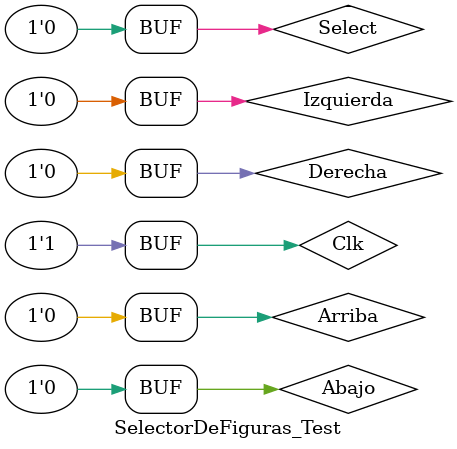
<source format=v>
`timescale 1ns / 1ps


module SelectorDeFiguras_Test;

	// Inputs
	reg Izquierda;
	reg Derecha;
	reg Arriba;
	reg Abajo;
	reg Select;
	reg Clk;

	// Outputs
	wire circulo;
	wire cuadrado;
	wire triangulo;
	wire ovalo;
	wire rectangulo;
	wire rombo;
	wire hexagono;
	wire pentagono;
	wire estrella;
	wire enter;

	// Instantiate the Unit Under Test (UUT)
	SelectorDeImagenes uut (
		.Izquierda(Izquierda), 
		.Derecha(Derecha), 
		.Arriba(Arriba), 
		.Abajo(Abajo), 
		.Select(Select), 
		.Clk(Clk), 
		.circulo(circulo), 
		.cuadrado(cuadrado), 
		.triangulo(triangulo), 
		.ovalo(ovalo), 
		.rectangulo(rectangulo), 
		.rombo(rombo), 
		.hexagono(hexagono), 
		.pentagono(pentagono), 
		.estrella(estrella), 
		.enter(enter)
	);

	initial begin
		// Initialize Inputs
		Izquierda = 0;
		Derecha = 0;
		Arriba = 0;
		Abajo = 0;
		Select = 0;
		Clk = 0;

		// Wait 100 ns for global reset to finish
		#50;
        
		// Add stimulus here
      #50;Izquierda = 0;Derecha = 1;Arriba = 0;Abajo = 0;Select = 0;//va a cuadrado
		#50;Izquierda = 0;Derecha = 0;Arriba = 0;Abajo = 0;Select = 0;
		#50;Izquierda = 0;Derecha = 1;Arriba = 0;Abajo = 0;Select = 0;//va a triangulo
		#50;Izquierda = 0;Derecha = 0;Arriba = 0;Abajo = 0;Select = 0;
		#50;Izquierda = 0;Derecha = 0;Arriba = 0;Abajo = 1;Select = 0;//va a rombo
		#50;Izquierda = 0;Derecha = 0;Arriba = 0;Abajo = 0;Select = 0;
		#50;Izquierda = 1;Derecha = 0;Arriba = 0;Abajo = 0;Select = 0;//va aretan
		#50;Izquierda = 0;Derecha = 0;Arriba = 0;Abajo = 0;Select = 0;
		#50;Izquierda = 1;Derecha = 0;Arriba = 0;Abajo = 0;Select = 0;//va a ovalo
		#50;Izquierda = 0;Derecha = 0;Arriba = 0;Abajo = 0;Select = 0;
		#50;Izquierda = 0;Derecha = 0;Arriba = 0;Abajo = 1;Select = 0;//va a hexagono
		#50;Izquierda = 0;Derecha = 0;Arriba = 0;Abajo = 0;Select = 0;
		#50;Izquierda = 0;Derecha = 1;Arriba = 0;Abajo = 0;Select = 0;//va a pentagono
		#50;Izquierda = 0;Derecha = 0;Arriba = 0;Abajo = 0;Select = 0;
		#50;Izquierda = 0;Derecha = 1;Arriba = 0;Abajo = 0;Select = 0;//va a estrellita
		#50;Izquierda = 0;Derecha = 0;Arriba = 0;Abajo = 0;Select = 0;
		
	end
always 
begin
	Clk <= 0;
	#30;
	Clk <= 1;
	#30;
end 
endmodule


</source>
